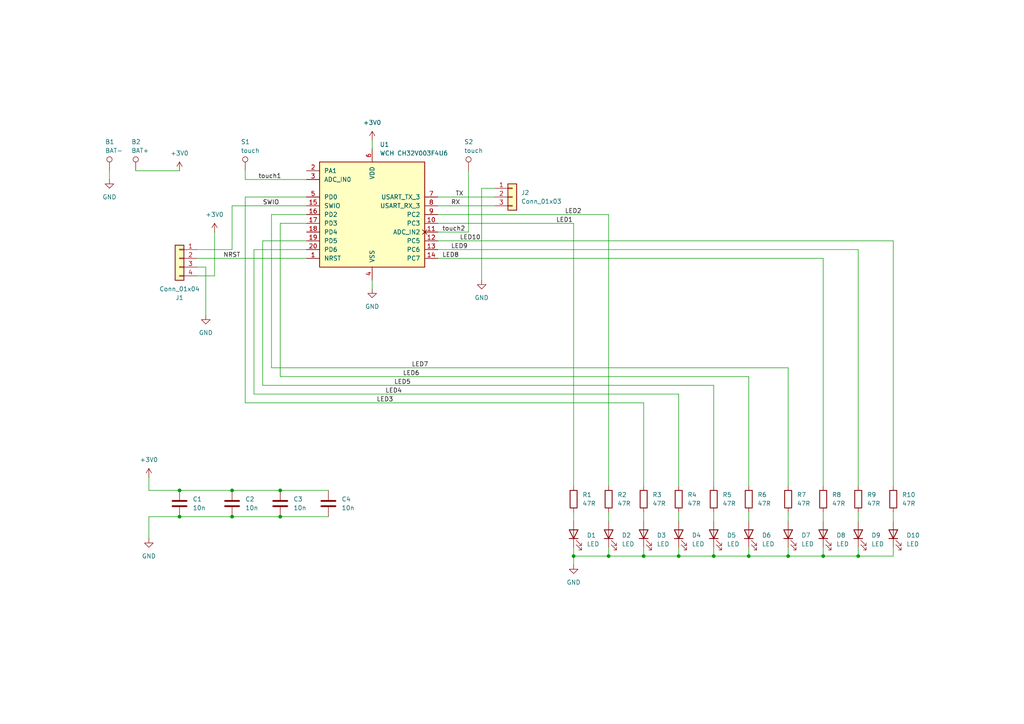
<source format=kicad_sch>
(kicad_sch (version 20231120) (generator "eeschema") (generator_version "8.0")
  (paper "A4")
  (lib_symbols
    (symbol "Connector:TestPoint" (pin_numbers hide) (pin_names (offset 0.762) hide)
      (property "Reference" "TP" (at 0 6.858 0))
      (property "Value" "TestPoint" (at 0 5.08 0))
      (symbol "TestPoint_0_1"
        (circle (center 0 3.302) (radius 0.762))
      )
      (symbol "TestPoint_1_1"
        (pin passive line (at 0 0 90) (length 2.54) (name "1") (number "1"))
      )
    )
    (symbol "Connector_Generic:Conn_01x03" (pin_names (offset 1.016) hide)
      (property "Reference" "J" (at 0 5.08 0))
      (property "Value" "Conn_01x03" (at 0 -5.08 0))
      (symbol "Conn_01x03_1_1"
        (rectangle (start -1.27 -2.413) (end 0 -2.667) (stroke (width 0.1524)))
        (rectangle (start -1.27 0.127) (end 0 -0.127) (stroke (width 0.1524)))
        (rectangle (start -1.27 2.667) (end 0 2.413) (stroke (width 0.1524)))
        (rectangle (start -1.27 3.81) (end 1.27 -3.81) (stroke (width 0.254)) (fill (type background)))
        (pin passive line (at -5.08 2.54 0) (length 3.81) (name "Pin_1") (number "1"))
        (pin passive line (at -5.08 0 0) (length 3.81) (name "Pin_2") (number "2"))
        (pin passive line (at -5.08 -2.54 0) (length 3.81) (name "Pin_3") (number "3"))
      )
    )
    (symbol "Connector_Generic:Conn_01x04" (pin_names (offset 1.016) hide)
      (property "Reference" "J" (at 0 5.08 0))
      (property "Value" "Conn_01x04" (at 0 -7.62 0))
      (symbol "Conn_01x04_1_1"
        (rectangle (start -1.27 -4.953) (end 0 -5.207) (stroke (width 0.1524)))
        (rectangle (start -1.27 -2.413) (end 0 -2.667) (stroke (width 0.1524)))
        (rectangle (start -1.27 0.127) (end 0 -0.127) (stroke (width 0.1524)))
        (rectangle (start -1.27 2.667) (end 0 2.413) (stroke (width 0.1524)))
        (rectangle (start -1.27 3.81) (end 1.27 -6.35) (stroke (width 0.254)) (fill (type background)))
        (pin passive line (at -5.08 2.54 0) (length 3.81) (name "Pin_1") (number "1"))
        (pin passive line (at -5.08 0 0) (length 3.81) (name "Pin_2") (number "2"))
        (pin passive line (at -5.08 -2.54 0) (length 3.81) (name "Pin_3") (number "3"))
        (pin passive line (at -5.08 -5.08 0) (length 3.81) (name "Pin_4") (number "4"))
      )
    )
    (symbol "Device:C" (pin_numbers hide) (pin_names (offset 0.254))
      (property "Reference" "C" (at 0.635 2.54 0))
      (property "Value" "C" (at 0.635 -2.54 0))
      (symbol "C_0_1"
        (polyline (pts (xy -2.032 -0.762) (xy 2.032 -0.762)) (stroke (width 0.508)))
        (polyline (pts (xy -2.032 0.762) (xy 2.032 0.762)) (stroke (width 0.508)))
      )
      (symbol "C_1_1"
        (pin passive line (at 0 3.81 270) (length 2.794) (name "~") (number "1"))
        (pin passive line (at 0 -3.81 90) (length 2.794) (name "~") (number "2"))
      )
    )
    (symbol "Device:LED" (pin_numbers hide) (pin_names (offset 1.016) hide)
      (property "Reference" "D" (at 0 2.54 0))
      (property "Value" "LED" (at 0 -2.54 0))
      (symbol "LED_0_1"
        (polyline (pts (xy -1.27 -1.27) (xy -1.27 1.27)) (stroke (width 0.254)))
        (polyline (pts (xy -1.27 0) (xy 1.27 0)))
        (polyline (pts (xy 1.27 -1.27) (xy 1.27 1.27) (xy -1.27 0) (xy 1.27 -1.27)) (stroke (width 0.254)))
        (polyline (pts (xy -3.048 -0.762) (xy -4.572 -2.286) (xy -3.81 -2.286) (xy -4.572 -2.286) (xy -4.572 -1.524)))
        (polyline (pts (xy -1.778 -0.762) (xy -3.302 -2.286) (xy -2.54 -2.286) (xy -3.302 -2.286) (xy -3.302 -1.524)))
      )
      (symbol "LED_1_1"
        (pin passive line (at -3.81 0 0) (length 2.54) (name "K") (number "1"))
        (pin passive line (at 3.81 0 180) (length 2.54) (name "A") (number "2"))
      )
    )
    (symbol "Device:R" (pin_numbers hide) (pin_names (offset 0))
      (property "Reference" "R" (at 2.032 0 90))
      (property "Value" "R" (at 0 0 90))
      (symbol "R_0_1"
        (rectangle (start -1.016 -2.54) (end 1.016 2.54) (stroke (width 0.254)))
      )
      (symbol "R_1_1"
        (pin passive line (at 0 3.81 270) (length 1.27) (name "~") (number "1"))
        (pin passive line (at 0 -3.81 90) (length 1.27) (name "~") (number "2"))
      )
    )
    (symbol "extra:WCH CH32V003F4U6" (pin_names (offset 1.27))
      (property "Reference" "U" (at -13.97 16.51 0))
      (property "Value" "WCH CH32V003F4U6" (at 5.08 -16.51 0))
      (symbol "WCH CH32V003F4U6_0_1"
        (rectangle (start -15.24 15.24) (end 15.24 -15.24) (stroke (width 0.254)) (fill (type background)))
      )
      (symbol "WCH CH32V003F4U6_1_1"
        (pin bidirectional line (at -19.05 -12.7 0) (length 3.81) (name "PD7") (number "1") (alternate "NRST" input line))
        (pin bidirectional line (at 19.05 -2.54 180) (length 3.81) (name "PC3") (number "10"))
        (pin bidirectional line (at 19.05 -5.08 180) (length 3.81) (name "PC4") (number "11") (alternate "ADC_IN2" input non_logic))
        (pin bidirectional line (at 19.05 -7.62 180) (length 3.81) (name "PC5") (number "12"))
        (pin bidirectional line (at 19.05 -10.16 180) (length 3.81) (name "PC6") (number "13"))
        (pin bidirectional line (at 19.05 -12.7 180) (length 3.81) (name "PC7") (number "14"))
        (pin bidirectional line (at -19.05 2.54 0) (length 3.81) (name "PD1") (number "15") (alternate "SWIO" bidirectional line))
        (pin bidirectional line (at -19.05 0 0) (length 3.81) (name "PD2") (number "16"))
        (pin bidirectional line (at -19.05 -2.54 0) (length 3.81) (name "PD3") (number "17"))
        (pin bidirectional line (at -19.05 -5.08 0) (length 3.81) (name "PD4") (number "18"))
        (pin bidirectional line (at -19.05 -7.62 0) (length 3.81) (name "PD5") (number "19"))
        (pin bidirectional line (at -19.05 12.7 0) (length 3.81) (name "PA1") (number "2"))
        (pin bidirectional line (at -19.05 -10.16 0) (length 3.81) (name "PD6") (number "20"))
        (pin power_in line (at 0 0 90) (length 3.81) hide (name "VSS") (number "21"))
        (pin bidirectional line (at -19.05 10.16 0) (length 3.81) (name "PA2") (number "3") (alternate "ADC_IN0" input line))
        (pin power_in line (at 0 -19.05 90) (length 3.81) (name "VSS") (number "4"))
        (pin bidirectional line (at -19.05 5.08 0) (length 3.81) (name "PD0") (number "5"))
        (pin power_in line (at 0 19.05 270) (length 3.81) (name "VDD") (number "6"))
        (pin bidirectional line (at 19.05 5.08 180) (length 3.81) (name "PC0") (number "7") (alternate "USART_TX_3" output line))
        (pin bidirectional line (at 19.05 2.54 180) (length 3.81) (name "PC1") (number "8") (alternate "USART_RX_3" input line))
        (pin bidirectional line (at 19.05 0 180) (length 3.81) (name "PC2") (number "9"))
      )
    )
    (symbol "power:+3V0" (power) (pin_numbers hide) (pin_names (offset 0) hide)
      (property "Value" "+3V0" (at 0 3.556 0))
      (symbol "+3V0_0_1"
        (polyline (pts (xy -0.762 1.27) (xy 0 2.54)))
        (polyline (pts (xy 0 0) (xy 0 2.54)))
        (polyline (pts (xy 0 2.54) (xy 0.762 1.27)))
      )
      (symbol "+3V0_1_1"
        (pin power_in line (at 0 0 90) (length 0) (name "~") (number "1"))
      )
    )
    (symbol "power:GND" (power) (pin_numbers hide) (pin_names (offset 0) hide)
      (property "Value" "GND" (at 0 -3.81 0))
      (symbol "GND_0_1"
        (polyline (pts (xy 0 0) (xy 0 -1.27) (xy 1.27 -1.27) (xy 0 -2.54) (xy -1.27 -1.27) (xy 0 -1.27)))
      )
      (symbol "GND_1_1"
        (pin power_in line (at 0 0 270) (length 0) (name "~") (number "1"))
      )
    )
  )
  (junction (at 207.01 161.29))
  (junction (at 238.76 161.29))
  (junction (at 196.85 161.29))
  (junction (at 81.28 142.24))
  (junction (at 67.31 142.24))
  (junction (at 52.07 149.86))
  (junction (at 67.31 149.86))
  (junction (at 176.53 161.29))
  (junction (at 228.6 161.29))
  (junction (at 81.28 149.86))
  (junction (at 52.07 142.24))
  (junction (at 166.37 161.29))
  (junction (at 186.69 161.29))
  (junction (at 217.17 161.29))
  (junction (at 248.92 161.29))
  (wire (pts (xy 59.69 77.47) (xy 59.69 91.44)))
  (wire (pts (xy 166.37 161.29) (xy 166.37 163.83)))
  (wire (pts (xy 207.01 140.97) (xy 207.01 111.76)))
  (wire (pts (xy 176.53 161.29) (xy 186.69 161.29)))
  (wire (pts (xy 176.53 62.23) (xy 127 62.23)))
  (wire (pts (xy 228.6 148.59) (xy 228.6 151.13)))
  (wire (pts (xy 186.69 116.84) (xy 186.69 140.97)))
  (wire (pts (xy 238.76 158.75) (xy 238.76 161.29)))
  (wire (pts (xy 248.92 158.75) (xy 248.92 161.29)))
  (wire (pts (xy 43.18 156.21) (xy 43.18 149.86)))
  (wire (pts (xy 67.31 59.69) (xy 88.9 59.69)))
  (wire (pts (xy 57.15 77.47) (xy 59.69 77.47)))
  (wire (pts (xy 217.17 148.59) (xy 217.17 151.13)))
  (wire (pts (xy 248.92 161.29) (xy 259.08 161.29)))
  (wire (pts (xy 196.85 148.59) (xy 196.85 151.13)))
  (wire (pts (xy 67.31 142.24) (xy 81.28 142.24)))
  (wire (pts (xy 238.76 140.97) (xy 238.76 74.93)))
  (wire (pts (xy 207.01 158.75) (xy 207.01 161.29)))
  (wire (pts (xy 217.17 140.97) (xy 217.17 109.22)))
  (wire (pts (xy 259.08 148.59) (xy 259.08 151.13)))
  (wire (pts (xy 76.2 111.76) (xy 207.01 111.76)))
  (wire (pts (xy 62.23 80.01) (xy 57.15 80.01)))
  (wire (pts (xy 73.66 72.39) (xy 73.66 114.3)))
  (wire (pts (xy 78.74 106.68) (xy 228.6 106.68)))
  (wire (pts (xy 39.37 49.53) (xy 52.07 49.53)))
  (wire (pts (xy 81.28 149.86) (xy 95.25 149.86)))
  (wire (pts (xy 238.76 74.93) (xy 127 74.93)))
  (wire (pts (xy 81.28 142.24) (xy 95.25 142.24)))
  (wire (pts (xy 166.37 161.29) (xy 176.53 161.29)))
  (wire (pts (xy 43.18 149.86) (xy 52.07 149.86)))
  (wire (pts (xy 196.85 158.75) (xy 196.85 161.29)))
  (wire (pts (xy 43.18 142.24) (xy 52.07 142.24)))
  (wire (pts (xy 71.12 116.84) (xy 186.69 116.84)))
  (wire (pts (xy 57.15 74.93) (xy 88.9 74.93)))
  (wire (pts (xy 71.12 57.15) (xy 71.12 116.84)))
  (wire (pts (xy 217.17 161.29) (xy 228.6 161.29)))
  (wire (pts (xy 127 59.69) (xy 143.51 59.69)))
  (wire (pts (xy 248.92 148.59) (xy 248.92 151.13)))
  (wire (pts (xy 139.7 54.61) (xy 143.51 54.61)))
  (wire (pts (xy 76.2 69.85) (xy 76.2 111.76)))
  (wire (pts (xy 107.95 40.64) (xy 107.95 43.18)))
  (wire (pts (xy 238.76 161.29) (xy 248.92 161.29)))
  (wire (pts (xy 166.37 148.59) (xy 166.37 151.13)))
  (wire (pts (xy 248.92 72.39) (xy 127 72.39)))
  (wire (pts (xy 166.37 64.77) (xy 127 64.77)))
  (wire (pts (xy 139.7 81.28) (xy 139.7 54.61)))
  (wire (pts (xy 62.23 67.31) (xy 62.23 80.01)))
  (wire (pts (xy 52.07 142.24) (xy 67.31 142.24)))
  (wire (pts (xy 259.08 158.75) (xy 259.08 161.29)))
  (wire (pts (xy 71.12 52.07) (xy 71.12 49.53)))
  (wire (pts (xy 166.37 158.75) (xy 166.37 161.29)))
  (wire (pts (xy 78.74 62.23) (xy 88.9 62.23)))
  (wire (pts (xy 135.89 67.31) (xy 127 67.31)))
  (wire (pts (xy 238.76 148.59) (xy 238.76 151.13)))
  (wire (pts (xy 259.08 140.97) (xy 259.08 69.85)))
  (wire (pts (xy 228.6 161.29) (xy 238.76 161.29)))
  (wire (pts (xy 71.12 57.15) (xy 88.9 57.15)))
  (wire (pts (xy 52.07 149.86) (xy 67.31 149.86)))
  (wire (pts (xy 31.75 49.53) (xy 31.75 52.07)))
  (wire (pts (xy 88.9 52.07) (xy 71.12 52.07)))
  (wire (pts (xy 166.37 140.97) (xy 166.37 64.77)))
  (wire (pts (xy 43.18 138.43) (xy 43.18 142.24)))
  (wire (pts (xy 186.69 158.75) (xy 186.69 161.29)))
  (wire (pts (xy 259.08 69.85) (xy 127 69.85)))
  (wire (pts (xy 67.31 72.39) (xy 57.15 72.39)))
  (wire (pts (xy 107.95 81.28) (xy 107.95 83.82)))
  (wire (pts (xy 196.85 140.97) (xy 196.85 114.3)))
  (wire (pts (xy 76.2 69.85) (xy 88.9 69.85)))
  (wire (pts (xy 186.69 148.59) (xy 186.69 151.13)))
  (wire (pts (xy 81.28 109.22) (xy 217.17 109.22)))
  (wire (pts (xy 176.53 148.59) (xy 176.53 151.13)))
  (wire (pts (xy 207.01 148.59) (xy 207.01 151.13)))
  (wire (pts (xy 73.66 114.3) (xy 196.85 114.3)))
  (wire (pts (xy 248.92 140.97) (xy 248.92 72.39)))
  (wire (pts (xy 135.89 49.53) (xy 135.89 67.31)))
  (wire (pts (xy 207.01 161.29) (xy 217.17 161.29)))
  (wire (pts (xy 228.6 158.75) (xy 228.6 161.29)))
  (wire (pts (xy 67.31 149.86) (xy 81.28 149.86)))
  (wire (pts (xy 176.53 158.75) (xy 176.53 161.29)))
  (wire (pts (xy 176.53 140.97) (xy 176.53 62.23)))
  (wire (pts (xy 127 57.15) (xy 143.51 57.15)))
  (wire (pts (xy 196.85 161.29) (xy 207.01 161.29)))
  (wire (pts (xy 217.17 158.75) (xy 217.17 161.29)))
  (wire (pts (xy 73.66 72.39) (xy 88.9 72.39)))
  (wire (pts (xy 186.69 161.29) (xy 196.85 161.29)))
  (wire (pts (xy 78.74 62.23) (xy 78.74 106.68)))
  (wire (pts (xy 81.28 64.77) (xy 88.9 64.77)))
  (wire (pts (xy 67.31 59.69) (xy 67.31 72.39)))
  (wire (pts (xy 228.6 140.97) (xy 228.6 106.68)))
  (wire (pts (xy 81.28 64.77) (xy 81.28 109.22)))
  (label "LED10" (at 133.35 69.85 0))
  (label "LED4" (at 111.76 114.3 0))
  (label "TX" (at 132.08 57.15 0))
  (label "LED8" (at 128.27 74.93 0))
  (label "LED9" (at 130.81 72.39 0))
  (label "LED2" (at 163.83 62.23 0))
  (label "LED7" (at 119.38 106.68 0))
  (label "NRST" (at 64.77 74.93 0))
  (label "touch1" (at 74.93 52.07 0))
  (label "touch2" (at 128.27 67.31 0))
  (label "LED1" (at 161.29 64.77 0))
  (label "LED5" (at 114.3 111.76 0))
  (label "SWIO" (at 76.2 59.69 0))
  (label "RX" (at 130.81 59.69 0))
  (label "LED3" (at 109.22 116.84 0))
  (label "LED6" (at 116.84 109.22 0))
  (symbol (lib_id "power:GND") (at 31.75 52.07 0) (unit 1)
    (property "Reference" "#PWR03" (effects (hide yes)))
    (property "Value" "GND" (at 31.75 57.15 0))
    (property "Description" "Power symbol creates a global label with name \"GND\" , ground" (effects (hide yes)))
  )
  (symbol (lib_id "Device:R") (at 196.85 144.78 0) (unit 1)
    (property "Reference" "R4" (at 199.39 143.5099 0) (effects (justify left)))
    (property "Value" "47R" (at 199.39 146.0499 0) (effects (justify left)))
    (property "Footprint" "Resistor_SMD:R_0402_1005Metric" (effects (hide yes)))
    (property "Datasheet" "https://www.lcsc.com/datasheet/lcsc_datasheet_2411071710_FOJAN-FRC0402F47R0TS_C2909362.pdf" (effects (hide yes)))
    (property "Description" "Resistor" (effects (hide yes)))
    (property "LCSC" "C2909362" (effects (hide yes)))
  )
  (symbol (lib_id "Device:LED") (at 186.69 154.94 90) (unit 1)
    (property "Reference" "D3" (at 190.5 155.2574 90) (effects (justify right)))
    (property "Value" "LED" (at 190.5 157.7974 90) (effects (justify right)))
    (property "Footprint" "LED_SMD:LED_0402_1005Metric" (effects (hide yes)))
    (property "Datasheet" "https://www.lcsc.com/datasheet/lcsc_datasheet_2402181505_XINGLIGHT-XL-1005SURC_C965790.pdf" (effects (hide yes)))
    (property "Description" "Light emitting diode" (effects (hide yes)))
    (property "LCSC" "C965790" (effects (hide yes)))
  )
  (symbol (lib_id "power:+3V0") (at 107.95 40.64 0) (unit 1)
    (property "Reference" "#PWR01" (effects (hide yes)))
    (property "Value" "+3V0" (at 107.95 35.56 0))
    (property "Description" "Power symbol creates a global label with name \"+3V0\"" (effects (hide yes)))
  )
  (symbol (lib_id "Device:LED") (at 196.85 154.94 90) (unit 1)
    (property "Reference" "D4" (at 200.66 155.2574 90) (effects (justify right)))
    (property "Value" "LED" (at 200.66 157.7974 90) (effects (justify right)))
    (property "Footprint" "LED_SMD:LED_0402_1005Metric" (effects (hide yes)))
    (property "Datasheet" "https://www.lcsc.com/datasheet/lcsc_datasheet_2402181505_XINGLIGHT-XL-1005SURC_C965790.pdf" (effects (hide yes)))
    (property "Description" "Light emitting diode" (effects (hide yes)))
    (property "LCSC" "C965790" (effects (hide yes)))
  )
  (symbol (lib_id "Device:LED") (at 248.92 154.94 90) (unit 1)
    (property "Reference" "D9" (at 252.73 155.2574 90) (effects (justify right)))
    (property "Value" "LED" (at 252.73 157.7974 90) (effects (justify right)))
    (property "Footprint" "LED_SMD:LED_0402_1005Metric" (effects (hide yes)))
    (property "Datasheet" "https://www.lcsc.com/datasheet/lcsc_datasheet_2402181505_XINGLIGHT-XL-1005SURC_C965790.pdf" (effects (hide yes)))
    (property "Description" "Light emitting diode" (effects (hide yes)))
    (property "LCSC" "C965790" (effects (hide yes)))
  )
  (symbol (lib_id "power:GND") (at 166.37 163.83 0) (unit 1)
    (property "Reference" "#PWR05" (effects (hide yes)))
    (property "Value" "GND" (at 166.37 168.91 0))
    (property "Description" "Power symbol creates a global label with name \"GND\" , ground" (effects (hide yes)))
  )
  (symbol (lib_id "Connector_Generic:Conn_01x04") (at 52.07 74.93 0) (mirror y) (unit 1) (in_bom no)
    (property "Reference" "J1" (at 52.07 86.36 0))
    (property "Value" "Conn_01x04" (at 52.07 83.82 0))
    (property "Footprint" "Connector_PinHeader_2.54mm:PinHeader_1x04_P2.54mm_Vertical" (effects (hide yes)))
    (property "Description" "Generic connector, single row, 01x04, script generated (kicad-library-utils/schlib/autogen/connector/)" (effects (hide yes)))
  )
  (symbol (lib_id "power:GND") (at 107.95 83.82 0) (unit 1)
    (property "Reference" "#PWR02" (effects (hide yes)))
    (property "Value" "GND" (at 107.95 88.9 0))
    (property "Description" "Power symbol creates a global label with name \"GND\" , ground" (effects (hide yes)))
  )
  (symbol (lib_id "Device:LED") (at 217.17 154.94 90) (unit 1)
    (property "Reference" "D6" (at 220.98 155.2574 90) (effects (justify right)))
    (property "Value" "LED" (at 220.98 157.7974 90) (effects (justify right)))
    (property "Footprint" "LED_SMD:LED_0402_1005Metric" (effects (hide yes)))
    (property "Datasheet" "https://www.lcsc.com/datasheet/lcsc_datasheet_2402181505_XINGLIGHT-XL-1005SURC_C965790.pdf" (effects (hide yes)))
    (property "Description" "Light emitting diode" (effects (hide yes)))
    (property "LCSC" "C965790" (effects (hide yes)))
  )
  (symbol (lib_id "Device:C") (at 81.28 146.05 0) (unit 1)
    (property "Reference" "C3" (at 85.09 144.7799 0) (effects (justify left)))
    (property "Value" "10n" (at 85.09 147.3199 0) (effects (justify left)))
    (property "Footprint" "Capacitor_SMD:C_0402_1005Metric" (effects (hide yes)))
    (property "Datasheet" "https://www.lcsc.com/datasheet/lcsc_datasheet_2304140030_CCTC-TCC0402X7R103M500AT_C696856.pdf" (effects (hide yes)))
    (property "Description" "Unpolarized capacitor" (effects (hide yes)))
    (property "LCSC" "C696856" (effects (hide yes)))
  )
  (symbol (lib_id "Device:LED") (at 259.08 154.94 90) (unit 1)
    (property "Reference" "D10" (at 262.89 155.2574 90) (effects (justify right)))
    (property "Value" "LED" (at 262.89 157.7974 90) (effects (justify right)))
    (property "Footprint" "LED_SMD:LED_0402_1005Metric" (effects (hide yes)))
    (property "Datasheet" "https://www.lcsc.com/datasheet/lcsc_datasheet_2402181505_XINGLIGHT-XL-1005SURC_C965790.pdf" (effects (hide yes)))
    (property "Description" "Light emitting diode" (effects (hide yes)))
    (property "LCSC" "C965790" (effects (hide yes)))
  )
  (symbol (lib_id "Connector:TestPoint") (at 71.12 49.53 0) (unit 1) (in_bom no)
    (property "Reference" "S1" (at 69.85 41.148 0) (effects (justify left)))
    (property "Value" "touch" (at 69.85 43.688 0) (effects (justify left)))
    (property "Footprint" "TestPoint:TestPoint_Pad_D4.0mm" (effects (hide yes)))
    (property "Description" "test point" (effects (hide yes)))
  )
  (symbol (lib_id "power:+3V0") (at 43.18 138.43 0) (unit 1)
    (property "Reference" "#PWR09" (effects (hide yes)))
    (property "Value" "+3V0" (at 43.18 133.35 0))
    (property "Description" "Power symbol creates a global label with name \"+3V0\"" (effects (hide yes)))
  )
  (symbol (lib_id "Device:R") (at 248.92 144.78 0) (unit 1)
    (property "Reference" "R9" (at 251.46 143.5099 0) (effects (justify left)))
    (property "Value" "47R" (at 251.46 146.0499 0) (effects (justify left)))
    (property "Footprint" "Resistor_SMD:R_0402_1005Metric" (effects (hide yes)))
    (property "Datasheet" "https://www.lcsc.com/datasheet/lcsc_datasheet_2411071710_FOJAN-FRC0402F47R0TS_C2909362.pdf" (effects (hide yes)))
    (property "Description" "Resistor" (effects (hide yes)))
    (property "LCSC" "C2909362" (effects (hide yes)))
  )
  (symbol (lib_id "Device:LED") (at 238.76 154.94 90) (unit 1)
    (property "Reference" "D8" (at 242.57 155.2574 90) (effects (justify right)))
    (property "Value" "LED" (at 242.57 157.7974 90) (effects (justify right)))
    (property "Footprint" "LED_SMD:LED_0402_1005Metric" (effects (hide yes)))
    (property "Datasheet" "https://www.lcsc.com/datasheet/lcsc_datasheet_2402181505_XINGLIGHT-XL-1005SURC_C965790.pdf" (effects (hide yes)))
    (property "Description" "Light emitting diode" (effects (hide yes)))
    (property "LCSC" "C965790" (effects (hide yes)))
  )
  (symbol (lib_id "Device:LED") (at 228.6 154.94 90) (unit 1)
    (property "Reference" "D7" (at 232.41 155.2574 90) (effects (justify right)))
    (property "Value" "LED" (at 232.41 157.7974 90) (effects (justify right)))
    (property "Footprint" "LED_SMD:LED_0402_1005Metric" (effects (hide yes)))
    (property "Datasheet" "https://www.lcsc.com/datasheet/lcsc_datasheet_2402181505_XINGLIGHT-XL-1005SURC_C965790.pdf" (effects (hide yes)))
    (property "Description" "Light emitting diode" (effects (hide yes)))
    (property "LCSC" "C965790" (effects (hide yes)))
  )
  (symbol (lib_id "Device:C") (at 52.07 146.05 0) (unit 1)
    (property "Reference" "C1" (at 55.88 144.7799 0) (effects (justify left)))
    (property "Value" "10n" (at 55.88 147.3199 0) (effects (justify left)))
    (property "Footprint" "Capacitor_SMD:C_0402_1005Metric" (effects (hide yes)))
    (property "Datasheet" "https://www.lcsc.com/datasheet/lcsc_datasheet_2304140030_CCTC-TCC0402X7R103M500AT_C696856.pdf" (effects (hide yes)))
    (property "Description" "Unpolarized capacitor" (effects (hide yes)))
    (property "LCSC" "C696856" (effects (hide yes)))
  )
  (symbol (lib_id "Connector_Generic:Conn_01x03") (at 148.59 57.15 0) (unit 1) (in_bom no)
    (property "Reference" "J2" (at 151.13 55.8799 0) (effects (justify left)))
    (property "Value" "Conn_01x03" (at 151.13 58.4199 0) (effects (justify left)))
    (property "Footprint" "Connector_PinHeader_2.54mm:PinHeader_1x03_P2.54mm_Vertical" (effects (hide yes)))
    (property "Description" "Generic connector, single row, 01x03, script generated (kicad-library-utils/schlib/autogen/connector/)" (effects (hide yes)))
  )
  (symbol (lib_id "Device:C") (at 95.25 146.05 0) (unit 1)
    (property "Reference" "C4" (at 99.06 144.7799 0) (effects (justify left)))
    (property "Value" "10n" (at 99.06 147.3199 0) (effects (justify left)))
    (property "Footprint" "Capacitor_SMD:C_0402_1005Metric" (effects (hide yes)))
    (property "Datasheet" "https://www.lcsc.com/datasheet/lcsc_datasheet_2304140030_CCTC-TCC0402X7R103M500AT_C696856.pdf" (effects (hide yes)))
    (property "Description" "Unpolarized capacitor" (effects (hide yes)))
    (property "LCSC" "C696856" (effects (hide yes)))
  )
  (symbol (lib_id "Device:LED") (at 166.37 154.94 90) (unit 1)
    (property "Reference" "D1" (at 170.18 155.2574 90) (effects (justify right)))
    (property "Value" "LED" (at 170.18 157.7974 90) (effects (justify right)))
    (property "Footprint" "LED_SMD:LED_0402_1005Metric" (effects (hide yes)))
    (property "Datasheet" "https://www.lcsc.com/datasheet/lcsc_datasheet_2402181505_XINGLIGHT-XL-1005SURC_C965790.pdf" (effects (hide yes)))
    (property "Description" "Light emitting diode" (effects (hide yes)))
    (property "LCSC" "C965790" (effects (hide yes)))
  )
  (symbol (lib_id "Device:R") (at 228.6 144.78 0) (unit 1)
    (property "Reference" "R7" (at 231.14 143.5099 0) (effects (justify left)))
    (property "Value" "47R" (at 231.14 146.0499 0) (effects (justify left)))
    (property "Footprint" "Resistor_SMD:R_0402_1005Metric" (effects (hide yes)))
    (property "Datasheet" "https://www.lcsc.com/datasheet/lcsc_datasheet_2411071710_FOJAN-FRC0402F47R0TS_C2909362.pdf" (effects (hide yes)))
    (property "Description" "Resistor" (effects (hide yes)))
    (property "LCSC" "C2909362" (effects (hide yes)))
  )
  (symbol (lib_id "Device:LED") (at 207.01 154.94 90) (unit 1)
    (property "Reference" "D5" (at 210.82 155.2574 90) (effects (justify right)))
    (property "Value" "LED" (at 210.82 157.7974 90) (effects (justify right)))
    (property "Footprint" "LED_SMD:LED_0402_1005Metric" (effects (hide yes)))
    (property "Datasheet" "https://www.lcsc.com/datasheet/lcsc_datasheet_2402181505_XINGLIGHT-XL-1005SURC_C965790.pdf" (effects (hide yes)))
    (property "Description" "Light emitting diode" (effects (hide yes)))
    (property "LCSC" "C965790" (effects (hide yes)))
  )
  (symbol (lib_id "power:+3V0") (at 62.23 67.31 0) (unit 1)
    (property "Reference" "#PWR06" (effects (hide yes)))
    (property "Value" "+3V0" (at 62.23 62.23 0))
    (property "Description" "Power symbol creates a global label with name \"+3V0\"" (effects (hide yes)))
  )
  (symbol (lib_id "Device:R") (at 176.53 144.78 0) (unit 1)
    (property "Reference" "R2" (at 179.07 143.5099 0) (effects (justify left)))
    (property "Value" "47R" (at 179.07 146.0499 0) (effects (justify left)))
    (property "Footprint" "Resistor_SMD:R_0402_1005Metric" (effects (hide yes)))
    (property "Datasheet" "https://www.lcsc.com/datasheet/lcsc_datasheet_2411071710_FOJAN-FRC0402F47R0TS_C2909362.pdf" (effects (hide yes)))
    (property "Description" "Resistor" (effects (hide yes)))
    (property "LCSC" "C2909362" (effects (hide yes)))
  )
  (symbol (lib_id "power:GND") (at 59.69 91.44 0) (unit 1)
    (property "Reference" "#PWR07" (effects (hide yes)))
    (property "Value" "GND" (at 59.69 96.52 0))
    (property "Description" "Power symbol creates a global label with name \"GND\" , ground" (effects (hide yes)))
  )
  (symbol (lib_id "Connector:TestPoint") (at 135.89 49.53 0) (unit 1) (in_bom no)
    (property "Reference" "S2" (at 134.62 41.148 0) (effects (justify left)))
    (property "Value" "touch" (at 134.62 43.688 0) (effects (justify left)))
    (property "Footprint" "TestPoint:TestPoint_Pad_D4.0mm" (effects (hide yes)))
    (property "Description" "test point" (effects (hide yes)))
  )
  (symbol (lib_id "power:GND") (at 43.18 156.21 0) (unit 1)
    (property "Reference" "#PWR010" (effects (hide yes)))
    (property "Value" "GND" (at 43.18 161.29 0))
    (property "Description" "Power symbol creates a global label with name \"GND\" , ground" (effects (hide yes)))
  )
  (symbol (lib_id "power:+3V0") (at 52.07 49.53 0) (unit 1)
    (property "Reference" "#PWR04" (effects (hide yes)))
    (property "Value" "+3V0" (at 52.07 44.45 0))
    (property "Description" "Power symbol creates a global label with name \"+3V0\"" (effects (hide yes)))
  )
  (symbol (lib_id "Device:R") (at 259.08 144.78 0) (unit 1)
    (property "Reference" "R10" (at 261.62 143.5099 0) (effects (justify left)))
    (property "Value" "47R" (at 261.62 146.0499 0) (effects (justify left)))
    (property "Footprint" "Resistor_SMD:R_0402_1005Metric" (effects (hide yes)))
    (property "Datasheet" "https://www.lcsc.com/datasheet/lcsc_datasheet_2411071710_FOJAN-FRC0402F47R0TS_C2909362.pdf" (effects (hide yes)))
    (property "Description" "Resistor" (effects (hide yes)))
    (property "LCSC" "C2909362" (effects (hide yes)))
  )
  (symbol (lib_id "Device:LED") (at 176.53 154.94 90) (unit 1)
    (property "Reference" "D2" (at 180.34 155.2574 90) (effects (justify right)))
    (property "Value" "LED" (at 180.34 157.7974 90) (effects (justify right)))
    (property "Footprint" "LED_SMD:LED_0402_1005Metric" (effects (hide yes)))
    (property "Datasheet" "https://www.lcsc.com/datasheet/lcsc_datasheet_2402181505_XINGLIGHT-XL-1005SURC_C965790.pdf" (effects (hide yes)))
    (property "Description" "Light emitting diode" (effects (hide yes)))
    (property "LCSC" "C965790" (effects (hide yes)))
  )
  (symbol (lib_id "Device:C") (at 67.31 146.05 0) (unit 1)
    (property "Reference" "C2" (at 71.12 144.7799 0) (effects (justify left)))
    (property "Value" "10n" (at 71.12 147.3199 0) (effects (justify left)))
    (property "Footprint" "Capacitor_SMD:C_0402_1005Metric" (effects (hide yes)))
    (property "Datasheet" "https://www.lcsc.com/datasheet/lcsc_datasheet_2304140030_CCTC-TCC0402X7R103M500AT_C696856.pdf" (effects (hide yes)))
    (property "Description" "Unpolarized capacitor" (effects (hide yes)))
    (property "LCSC" "C696856" (effects (hide yes)))
  )
  (symbol (lib_id "Device:R") (at 217.17 144.78 0) (unit 1)
    (property "Reference" "R6" (at 219.71 143.5099 0) (effects (justify left)))
    (property "Value" "47R" (at 219.71 146.0499 0) (effects (justify left)))
    (property "Footprint" "Resistor_SMD:R_0402_1005Metric" (effects (hide yes)))
    (property "Datasheet" "https://www.lcsc.com/datasheet/lcsc_datasheet_2411071710_FOJAN-FRC0402F47R0TS_C2909362.pdf" (effects (hide yes)))
    (property "Description" "Resistor" (effects (hide yes)))
    (property "LCSC" "C2909362" (effects (hide yes)))
  )
  (symbol (lib_id "Device:R") (at 207.01 144.78 0) (unit 1)
    (property "Reference" "R5" (at 209.55 143.5099 0) (effects (justify left)))
    (property "Value" "47R" (at 209.55 146.0499 0) (effects (justify left)))
    (property "Footprint" "Resistor_SMD:R_0402_1005Metric" (effects (hide yes)))
    (property "Datasheet" "https://www.lcsc.com/datasheet/lcsc_datasheet_2411071710_FOJAN-FRC0402F47R0TS_C2909362.pdf" (effects (hide yes)))
    (property "Description" "Resistor" (effects (hide yes)))
    (property "LCSC" "C2909362" (effects (hide yes)))
  )
  (symbol (lib_id "Connector:TestPoint") (at 39.37 49.53 0) (unit 1) (in_bom no)
    (property "Reference" "B2" (at 38.1 41.148 0) (effects (justify left)))
    (property "Value" "BAT+" (at 38.1 43.688 0) (effects (justify left)))
    (property "Footprint" "TestPoint:TestPoint_Pad_D4.0mm" (effects (hide yes)))
    (property "Description" "test point" (effects (hide yes)))
  )
  (symbol (lib_id "extra:WCH CH32V003F4U6") (at 107.95 62.23 0) (unit 1)
    (property "Reference" "U1" (at 110.1441 41.91 0) (effects (justify left)))
    (property "Value" "WCH CH32V003F4U6" (at 110.1441 44.45 0) (effects (justify left)))
    (property "Footprint" "Package_DFN_QFN:QFN-20-1EP_3x3mm_P0.4mm_EP1.65x1.65mm" (effects (hide yes)))
    (property "Datasheet" "https://www.wch-ic.com/downloads/CH32V003DS0_PDF.html" (effects (hide yes)))
    (property "Description" "industrial-grade general-purpose microcontroller" (effects (hide yes)))
    (property "LCSC" "C5299908" (effects (hide yes)))
    (pin "8" (alternate "USART_RX_3"))
    (pin "3" (alternate "ADC_IN0"))
    (pin "1" (alternate "NRST"))
    (pin "15" (alternate "SWIO"))
    (pin "11" (alternate "ADC_IN2"))
    (pin "7" (alternate "USART_TX_3"))
  )
  (symbol (lib_id "Device:R") (at 238.76 144.78 0) (unit 1)
    (property "Reference" "R8" (at 241.3 143.5099 0) (effects (justify left)))
    (property "Value" "47R" (at 241.3 146.0499 0) (effects (justify left)))
    (property "Footprint" "Resistor_SMD:R_0402_1005Metric" (effects (hide yes)))
    (property "Datasheet" "https://www.lcsc.com/datasheet/lcsc_datasheet_2411071710_FOJAN-FRC0402F47R0TS_C2909362.pdf" (effects (hide yes)))
    (property "Description" "Resistor" (effects (hide yes)))
    (property "LCSC" "C2909362" (effects (hide yes)))
  )
  (symbol (lib_id "power:GND") (at 139.7 81.28 0) (unit 1)
    (property "Reference" "#PWR08" (effects (hide yes)))
    (property "Value" "GND" (at 139.7 86.36 0))
    (property "Description" "Power symbol creates a global label with name \"GND\" , ground" (effects (hide yes)))
  )
  (symbol (lib_id "Device:R") (at 186.69 144.78 0) (unit 1)
    (property "Reference" "R3" (at 189.23 143.5099 0) (effects (justify left)))
    (property "Value" "47R" (at 189.23 146.0499 0) (effects (justify left)))
    (property "Footprint" "Resistor_SMD:R_0402_1005Metric" (effects (hide yes)))
    (property "Datasheet" "https://www.lcsc.com/datasheet/lcsc_datasheet_2411071710_FOJAN-FRC0402F47R0TS_C2909362.pdf" (effects (hide yes)))
    (property "Description" "Resistor" (effects (hide yes)))
    (property "LCSC" "C2909362" (effects (hide yes)))
  )
  (symbol (lib_id "Device:R") (at 166.37 144.78 0) (unit 1)
    (property "Reference" "R1" (at 168.91 143.5099 0) (effects (justify left)))
    (property "Value" "47R" (at 168.91 146.0499 0) (effects (justify left)))
    (property "Footprint" "Resistor_SMD:R_0402_1005Metric" (effects (hide yes)))
    (property "Datasheet" "https://www.lcsc.com/datasheet/lcsc_datasheet_2411071710_FOJAN-FRC0402F47R0TS_C2909362.pdf" (effects (hide yes)))
    (property "Description" "Resistor" (effects (hide yes)))
    (property "LCSC" "C2909362" (effects (hide yes)))
  )
  (symbol (lib_id "Connector:TestPoint") (at 31.75 49.53 0) (unit 1) (in_bom no)
    (property "Reference" "B1" (at 30.48 41.148 0) (effects (justify left)))
    (property "Value" "BAT-" (at 30.48 43.688 0) (effects (justify left)))
    (property "Footprint" "TestPoint:TestPoint_Pad_D4.0mm" (effects (hide yes)))
    (property "Description" "test point" (effects (hide yes)))
  )
)
</source>
